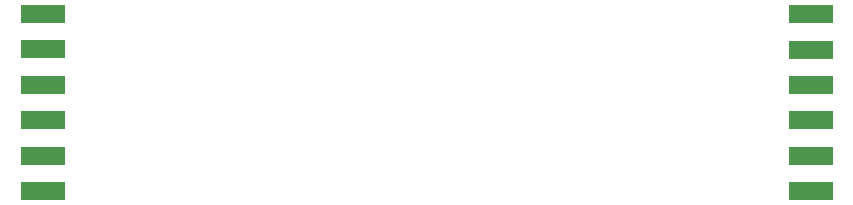
<source format=gbr>
%TF.GenerationSoftware,KiCad,Pcbnew,(6.0.7-1)-1*%
%TF.CreationDate,2022-08-08T08:01:59-05:00*%
%TF.ProjectId,Adafruit NeoPixel 8 Stick,41646166-7275-4697-9420-4e656f506978,rev?*%
%TF.SameCoordinates,Original*%
%TF.FileFunction,Paste,Bot*%
%TF.FilePolarity,Positive*%
%FSLAX46Y46*%
G04 Gerber Fmt 4.6, Leading zero omitted, Abs format (unit mm)*
G04 Created by KiCad (PCBNEW (6.0.7-1)-1) date 2022-08-08 08:01:59*
%MOMM*%
%LPD*%
G01*
G04 APERTURE LIST*
%ADD10R,3.800000X1.500000*%
G04 APERTURE END LIST*
D10*
%TO.C,CN2*%
X126238000Y-115442000D03*
X126238000Y-112442000D03*
X126238000Y-109442000D03*
X126238000Y-106442000D03*
X126238000Y-103442000D03*
X126238000Y-100442000D03*
%TD*%
%TO.C,CN1*%
X191262000Y-100450000D03*
X191262000Y-103450000D03*
X191262000Y-106450000D03*
X191262000Y-109450000D03*
X191262000Y-112450000D03*
X191262000Y-115450000D03*
%TD*%
M02*

</source>
